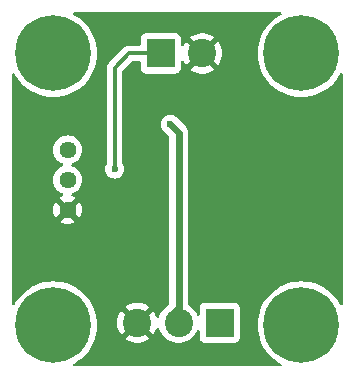
<source format=gbr>
%TF.GenerationSoftware,KiCad,Pcbnew,8.0.3*%
%TF.CreationDate,2024-08-02T11:09:55+07:00*%
%TF.ProjectId,waterleak V.1,77617465-726c-4656-916b-20562e312e6b,rev?*%
%TF.SameCoordinates,Original*%
%TF.FileFunction,Copper,L2,Bot*%
%TF.FilePolarity,Positive*%
%FSLAX46Y46*%
G04 Gerber Fmt 4.6, Leading zero omitted, Abs format (unit mm)*
G04 Created by KiCad (PCBNEW 8.0.3) date 2024-08-02 11:09:55*
%MOMM*%
%LPD*%
G01*
G04 APERTURE LIST*
%TA.AperFunction,ComponentPad*%
%ADD10C,0.800000*%
%TD*%
%TA.AperFunction,ComponentPad*%
%ADD11C,6.400000*%
%TD*%
%TA.AperFunction,ComponentPad*%
%ADD12R,2.400000X2.400000*%
%TD*%
%TA.AperFunction,ComponentPad*%
%ADD13C,2.400000*%
%TD*%
%TA.AperFunction,ComponentPad*%
%ADD14C,1.440000*%
%TD*%
%TA.AperFunction,ViaPad*%
%ADD15C,0.600000*%
%TD*%
%TA.AperFunction,Conductor*%
%ADD16C,0.300000*%
%TD*%
%TA.AperFunction,Conductor*%
%ADD17C,0.600000*%
%TD*%
G04 APERTURE END LIST*
D10*
%TO.P,H1,1*%
%TO.N,N/C*%
X92600000Y-56000000D03*
X93302944Y-54302944D03*
X93302944Y-57697056D03*
X95000000Y-53600000D03*
D11*
X95000000Y-56000000D03*
D10*
X95000000Y-58400000D03*
X96697056Y-54302944D03*
X96697056Y-57697056D03*
X97400000Y-56000000D03*
%TD*%
%TO.P,H3,1*%
%TO.N,N/C*%
X92600000Y-79000000D03*
X93302944Y-77302944D03*
X93302944Y-80697056D03*
X95000000Y-76600000D03*
D11*
X95000000Y-79000000D03*
D10*
X95000000Y-81400000D03*
X96697056Y-77302944D03*
X96697056Y-80697056D03*
X97400000Y-79000000D03*
%TD*%
%TO.P,H4,1*%
%TO.N,N/C*%
X71600000Y-79000000D03*
X72302944Y-77302944D03*
X72302944Y-80697056D03*
X74000000Y-76600000D03*
D11*
X74000000Y-79000000D03*
D10*
X74000000Y-81400000D03*
X75697056Y-77302944D03*
X75697056Y-80697056D03*
X76400000Y-79000000D03*
%TD*%
%TO.P,H2,1*%
%TO.N,N/C*%
X71600000Y-56000000D03*
X72302944Y-54302944D03*
X72302944Y-57697056D03*
X74000000Y-53600000D03*
D11*
X74000000Y-56000000D03*
D10*
X74000000Y-58400000D03*
X75697056Y-54302944D03*
X75697056Y-57697056D03*
X76400000Y-56000000D03*
%TD*%
D12*
%TO.P,J2,1,Pin_1*%
%TO.N,Net-(J2-Pin_1)*%
X83100000Y-56000000D03*
D13*
%TO.P,J2,2,Pin_2*%
%TO.N,GND*%
X86600000Y-56000000D03*
%TD*%
D14*
%TO.P,RV2,1,1*%
%TO.N,+3.3V*%
X75200000Y-64160000D03*
%TO.P,RV2,2,2*%
%TO.N,Net-(U2A-+)*%
X75200000Y-66700000D03*
%TO.P,RV2,3,3*%
%TO.N,GND*%
X75200000Y-69240000D03*
%TD*%
D12*
%TO.P,J1,1,Pin_1*%
%TO.N,+3.3V*%
X88100000Y-78800000D03*
D13*
%TO.P,J1,2,Pin_2*%
%TO.N,Net-(J1-Pin_2)*%
X84600000Y-78800000D03*
%TO.P,J1,3,Pin_3*%
%TO.N,GND*%
X81100000Y-78800000D03*
%TD*%
D15*
%TO.N,Net-(J2-Pin_1)*%
X79200000Y-65800000D03*
%TO.N,Net-(J1-Pin_2)*%
X83900000Y-62000000D03*
%TD*%
D16*
%TO.N,Net-(J2-Pin_1)*%
X79200000Y-65800000D02*
X79200000Y-57200000D01*
X79200000Y-57200000D02*
X80400000Y-56000000D01*
X80400000Y-56000000D02*
X83200000Y-56000000D01*
D17*
%TO.N,Net-(J1-Pin_2)*%
X84600000Y-62700000D02*
X84600000Y-77500000D01*
X84600000Y-77500000D02*
X83900000Y-78200000D01*
X83900000Y-62000000D02*
X84600000Y-62700000D01*
%TD*%
%TA.AperFunction,Conductor*%
%TO.N,GND*%
G36*
X93267646Y-52520185D02*
G01*
X93313401Y-52572989D01*
X93323345Y-52642147D01*
X93294320Y-52705703D01*
X93256902Y-52734985D01*
X93147206Y-52790877D01*
X92821917Y-53002122D01*
X92520488Y-53246215D01*
X92520480Y-53246222D01*
X92246222Y-53520480D01*
X92246215Y-53520488D01*
X92002122Y-53821917D01*
X91790877Y-54147206D01*
X91614787Y-54492802D01*
X91475788Y-54854905D01*
X91375397Y-55229570D01*
X91375397Y-55229572D01*
X91314722Y-55612660D01*
X91294422Y-55999999D01*
X91294422Y-56000000D01*
X91314722Y-56387339D01*
X91375397Y-56770427D01*
X91375397Y-56770429D01*
X91475788Y-57145094D01*
X91614787Y-57507197D01*
X91790877Y-57852793D01*
X92002122Y-58178082D01*
X92002124Y-58178084D01*
X92246219Y-58479516D01*
X92520484Y-58753781D01*
X92520488Y-58753784D01*
X92821917Y-58997877D01*
X93147206Y-59209122D01*
X93147211Y-59209125D01*
X93492806Y-59385214D01*
X93854913Y-59524214D01*
X94229567Y-59624602D01*
X94612662Y-59685278D01*
X94978576Y-59704455D01*
X94999999Y-59705578D01*
X95000000Y-59705578D01*
X95000001Y-59705578D01*
X95020301Y-59704514D01*
X95387338Y-59685278D01*
X95770433Y-59624602D01*
X96145087Y-59524214D01*
X96507194Y-59385214D01*
X96852789Y-59209125D01*
X97178084Y-58997876D01*
X97479516Y-58753781D01*
X97753781Y-58479516D01*
X97997876Y-58178084D01*
X98209125Y-57852789D01*
X98265015Y-57743097D01*
X98312989Y-57692302D01*
X98380810Y-57675507D01*
X98446945Y-57698044D01*
X98490397Y-57752759D01*
X98499500Y-57799393D01*
X98499500Y-77200606D01*
X98479815Y-77267645D01*
X98427011Y-77313400D01*
X98357853Y-77323344D01*
X98294297Y-77294319D01*
X98265015Y-77256901D01*
X98227920Y-77184098D01*
X98209125Y-77147211D01*
X97997876Y-76821916D01*
X97753781Y-76520484D01*
X97479516Y-76246219D01*
X97178084Y-76002124D01*
X97178082Y-76002122D01*
X96852793Y-75790877D01*
X96507197Y-75614787D01*
X96145094Y-75475788D01*
X96145087Y-75475786D01*
X95770433Y-75375398D01*
X95770429Y-75375397D01*
X95770428Y-75375397D01*
X95387339Y-75314722D01*
X95000001Y-75294422D01*
X94999999Y-75294422D01*
X94612660Y-75314722D01*
X94229572Y-75375397D01*
X94229570Y-75375397D01*
X93854905Y-75475788D01*
X93492802Y-75614787D01*
X93147206Y-75790877D01*
X92821917Y-76002122D01*
X92520488Y-76246215D01*
X92520480Y-76246222D01*
X92246222Y-76520480D01*
X92246215Y-76520488D01*
X92002122Y-76821917D01*
X91790877Y-77147206D01*
X91614787Y-77492802D01*
X91475788Y-77854905D01*
X91375397Y-78229570D01*
X91375397Y-78229572D01*
X91314722Y-78612660D01*
X91294422Y-78999999D01*
X91294422Y-79000000D01*
X91314722Y-79387339D01*
X91375397Y-79770427D01*
X91375398Y-79770433D01*
X91472609Y-80133232D01*
X91475788Y-80145094D01*
X91614787Y-80507197D01*
X91790877Y-80852793D01*
X92002122Y-81178082D01*
X92002124Y-81178084D01*
X92246219Y-81479516D01*
X92520484Y-81753781D01*
X92520488Y-81753784D01*
X92821917Y-81997877D01*
X93147206Y-82209122D01*
X93147211Y-82209125D01*
X93256902Y-82265015D01*
X93307698Y-82312989D01*
X93324493Y-82380810D01*
X93301956Y-82446945D01*
X93247241Y-82490397D01*
X93200607Y-82499500D01*
X75799393Y-82499500D01*
X75732354Y-82479815D01*
X75686599Y-82427011D01*
X75676655Y-82357853D01*
X75705680Y-82294297D01*
X75743098Y-82265015D01*
X75852789Y-82209125D01*
X76178084Y-81997876D01*
X76479516Y-81753781D01*
X76753781Y-81479516D01*
X76997876Y-81178084D01*
X77209125Y-80852789D01*
X77385214Y-80507194D01*
X77524214Y-80145087D01*
X77624602Y-79770433D01*
X77685278Y-79387338D01*
X77705578Y-79000000D01*
X77695096Y-78799995D01*
X79395233Y-78799995D01*
X79395233Y-78800004D01*
X79414273Y-79054079D01*
X79470968Y-79302477D01*
X79470973Y-79302494D01*
X79564058Y-79539671D01*
X79564057Y-79539671D01*
X79691454Y-79760327D01*
X79691461Y-79760338D01*
X79733452Y-79812991D01*
X79733453Y-79812992D01*
X80535387Y-79011058D01*
X80540889Y-79031591D01*
X80619881Y-79168408D01*
X80731592Y-79280119D01*
X80868409Y-79359111D01*
X80888940Y-79364612D01*
X80086813Y-80166738D01*
X80247616Y-80276371D01*
X80247624Y-80276376D01*
X80477176Y-80386921D01*
X80477174Y-80386921D01*
X80720652Y-80462024D01*
X80720658Y-80462026D01*
X80972595Y-80499999D01*
X80972604Y-80500000D01*
X81227396Y-80500000D01*
X81227404Y-80499999D01*
X81479341Y-80462026D01*
X81479347Y-80462024D01*
X81722824Y-80386921D01*
X81952376Y-80276376D01*
X81952377Y-80276375D01*
X82113185Y-80166738D01*
X81311060Y-79364612D01*
X81331591Y-79359111D01*
X81468408Y-79280119D01*
X81580119Y-79168408D01*
X81659111Y-79031591D01*
X81664612Y-79011059D01*
X82466545Y-79812992D01*
X82466546Y-79812991D01*
X82508544Y-79760330D01*
X82635941Y-79539671D01*
X82729026Y-79302494D01*
X82730400Y-79298044D01*
X82731574Y-79298406D01*
X82762945Y-79242300D01*
X82824601Y-79209432D01*
X82894239Y-79215115D01*
X82949750Y-79257545D01*
X82968420Y-79298412D01*
X82969122Y-79298196D01*
X82970492Y-79302637D01*
X83063607Y-79539888D01*
X83191041Y-79760612D01*
X83349950Y-79959877D01*
X83536783Y-80133232D01*
X83747366Y-80276805D01*
X83747371Y-80276807D01*
X83747372Y-80276808D01*
X83747373Y-80276809D01*
X83869328Y-80335538D01*
X83976992Y-80387387D01*
X83976993Y-80387387D01*
X83976996Y-80387389D01*
X84220542Y-80462513D01*
X84472565Y-80500500D01*
X84727435Y-80500500D01*
X84979458Y-80462513D01*
X85223004Y-80387389D01*
X85452634Y-80276805D01*
X85663217Y-80133232D01*
X85850050Y-79959877D01*
X86008959Y-79760612D01*
X86136393Y-79539888D01*
X86160074Y-79479549D01*
X86202887Y-79424340D01*
X86268756Y-79401039D01*
X86336767Y-79417048D01*
X86385326Y-79467286D01*
X86399500Y-79524855D01*
X86399500Y-80047870D01*
X86399501Y-80047876D01*
X86405908Y-80107483D01*
X86456202Y-80242328D01*
X86456206Y-80242335D01*
X86542452Y-80357544D01*
X86542455Y-80357547D01*
X86657664Y-80443793D01*
X86657671Y-80443797D01*
X86792517Y-80494091D01*
X86792516Y-80494091D01*
X86799444Y-80494835D01*
X86852127Y-80500500D01*
X89347872Y-80500499D01*
X89407483Y-80494091D01*
X89542331Y-80443796D01*
X89657546Y-80357546D01*
X89743796Y-80242331D01*
X89794091Y-80107483D01*
X89800500Y-80047873D01*
X89800499Y-77552128D01*
X89794091Y-77492517D01*
X89784487Y-77466768D01*
X89743797Y-77357671D01*
X89743793Y-77357664D01*
X89657547Y-77242455D01*
X89657544Y-77242452D01*
X89542335Y-77156206D01*
X89542328Y-77156202D01*
X89407482Y-77105908D01*
X89407483Y-77105908D01*
X89347883Y-77099501D01*
X89347881Y-77099500D01*
X89347873Y-77099500D01*
X89347864Y-77099500D01*
X86852129Y-77099500D01*
X86852123Y-77099501D01*
X86792516Y-77105908D01*
X86657671Y-77156202D01*
X86657664Y-77156206D01*
X86542455Y-77242452D01*
X86542452Y-77242455D01*
X86456206Y-77357664D01*
X86456202Y-77357671D01*
X86405908Y-77492517D01*
X86399501Y-77552116D01*
X86399501Y-77552123D01*
X86399500Y-77552135D01*
X86399500Y-78075142D01*
X86379815Y-78142181D01*
X86327011Y-78187936D01*
X86257853Y-78197880D01*
X86194297Y-78168855D01*
X86160072Y-78120445D01*
X86136393Y-78060112D01*
X86008959Y-77839388D01*
X85850050Y-77640123D01*
X85663217Y-77466768D01*
X85454646Y-77324567D01*
X85410346Y-77270540D01*
X85400500Y-77222115D01*
X85400500Y-62621155D01*
X85400499Y-62621153D01*
X85369737Y-62466503D01*
X85356854Y-62435401D01*
X85356504Y-62434555D01*
X85356492Y-62434528D01*
X85321282Y-62349522D01*
X85309394Y-62320821D01*
X85221789Y-62189711D01*
X85110289Y-62078211D01*
X84410289Y-61378211D01*
X84402262Y-61370184D01*
X84402260Y-61370182D01*
X84402257Y-61370180D01*
X84336900Y-61329114D01*
X84333982Y-61327223D01*
X84279179Y-61290605D01*
X84279173Y-61290603D01*
X84278365Y-61290268D01*
X84259865Y-61280709D01*
X84249524Y-61274212D01*
X84249523Y-61274211D01*
X84249522Y-61274211D01*
X84188867Y-61252986D01*
X84182377Y-61250509D01*
X84133496Y-61230262D01*
X84119860Y-61227550D01*
X84103104Y-61222976D01*
X84079260Y-61214633D01*
X84079256Y-61214632D01*
X84079255Y-61214632D01*
X84058575Y-61212301D01*
X84028303Y-61208890D01*
X84018003Y-61207288D01*
X83978844Y-61199500D01*
X83978842Y-61199500D01*
X83951915Y-61199500D01*
X83938031Y-61198720D01*
X83900002Y-61194435D01*
X83899998Y-61194435D01*
X83861969Y-61198720D01*
X83848085Y-61199500D01*
X83821152Y-61199500D01*
X83781994Y-61207288D01*
X83771696Y-61208890D01*
X83720742Y-61214632D01*
X83720735Y-61214634D01*
X83696898Y-61222975D01*
X83680140Y-61227550D01*
X83666502Y-61230263D01*
X83666496Y-61230264D01*
X83617631Y-61250504D01*
X83611140Y-61252982D01*
X83550477Y-61274210D01*
X83550474Y-61274212D01*
X83540127Y-61280713D01*
X83521639Y-61290266D01*
X83520832Y-61290600D01*
X83520824Y-61290604D01*
X83466047Y-61327204D01*
X83463132Y-61329092D01*
X83397742Y-61370180D01*
X83397735Y-61370186D01*
X83270186Y-61497735D01*
X83270180Y-61497742D01*
X83229092Y-61563132D01*
X83227204Y-61566047D01*
X83190604Y-61620824D01*
X83190600Y-61620832D01*
X83190266Y-61621639D01*
X83180713Y-61640127D01*
X83174212Y-61650474D01*
X83174210Y-61650477D01*
X83152982Y-61711140D01*
X83150504Y-61717631D01*
X83130264Y-61766496D01*
X83130263Y-61766502D01*
X83127550Y-61780140D01*
X83122975Y-61796898D01*
X83114634Y-61820735D01*
X83114632Y-61820742D01*
X83108890Y-61871696D01*
X83107288Y-61881994D01*
X83099500Y-61921152D01*
X83099500Y-61948085D01*
X83098720Y-61961969D01*
X83094435Y-61999998D01*
X83094435Y-62000001D01*
X83098720Y-62038029D01*
X83099500Y-62051914D01*
X83099500Y-62078844D01*
X83107288Y-62118003D01*
X83108890Y-62128303D01*
X83114632Y-62179252D01*
X83114633Y-62179260D01*
X83122976Y-62203104D01*
X83127550Y-62219860D01*
X83130262Y-62233496D01*
X83150509Y-62282377D01*
X83152988Y-62288872D01*
X83174211Y-62349522D01*
X83180709Y-62359865D01*
X83190268Y-62378365D01*
X83190603Y-62379173D01*
X83190605Y-62379179D01*
X83227223Y-62433982D01*
X83229114Y-62436900D01*
X83270180Y-62502257D01*
X83270182Y-62502260D01*
X83763181Y-62995259D01*
X83796666Y-63056582D01*
X83799500Y-63082940D01*
X83799500Y-77117059D01*
X83779815Y-77184098D01*
X83763181Y-77204740D01*
X83278213Y-77689707D01*
X83278207Y-77689715D01*
X83190607Y-77820817D01*
X83165391Y-77881692D01*
X83158219Y-77896234D01*
X83063609Y-78060108D01*
X83063606Y-78060114D01*
X82970492Y-78297362D01*
X82969122Y-78301804D01*
X82967999Y-78301457D01*
X82936509Y-78357730D01*
X82874841Y-78390576D01*
X82805205Y-78384868D01*
X82749709Y-78342418D01*
X82731134Y-78301729D01*
X82730400Y-78301956D01*
X82729026Y-78297505D01*
X82635941Y-78060328D01*
X82635942Y-78060328D01*
X82508545Y-77839672D01*
X82466545Y-77787006D01*
X81664612Y-78588939D01*
X81659111Y-78568409D01*
X81580119Y-78431592D01*
X81468408Y-78319881D01*
X81331591Y-78240889D01*
X81311059Y-78235387D01*
X82113185Y-77433260D01*
X81952384Y-77323628D01*
X81952376Y-77323623D01*
X81722823Y-77213078D01*
X81722825Y-77213078D01*
X81479347Y-77137975D01*
X81479341Y-77137973D01*
X81227404Y-77100000D01*
X80972595Y-77100000D01*
X80720658Y-77137973D01*
X80720652Y-77137975D01*
X80477175Y-77213078D01*
X80247622Y-77323625D01*
X80247609Y-77323632D01*
X80086813Y-77433259D01*
X80888941Y-78235387D01*
X80868409Y-78240889D01*
X80731592Y-78319881D01*
X80619881Y-78431592D01*
X80540889Y-78568409D01*
X80535387Y-78588941D01*
X79733452Y-77787006D01*
X79691457Y-77839667D01*
X79564058Y-78060328D01*
X79470973Y-78297505D01*
X79470968Y-78297522D01*
X79414273Y-78545920D01*
X79395233Y-78799995D01*
X77695096Y-78799995D01*
X77685278Y-78612662D01*
X77624602Y-78229567D01*
X77524214Y-77854913D01*
X77385214Y-77492806D01*
X77209125Y-77147211D01*
X76997876Y-76821916D01*
X76753781Y-76520484D01*
X76479516Y-76246219D01*
X76178084Y-76002124D01*
X76178082Y-76002122D01*
X75852793Y-75790877D01*
X75507197Y-75614787D01*
X75145094Y-75475788D01*
X75145087Y-75475786D01*
X74770433Y-75375398D01*
X74770429Y-75375397D01*
X74770428Y-75375397D01*
X74387339Y-75314722D01*
X74000001Y-75294422D01*
X73999999Y-75294422D01*
X73612660Y-75314722D01*
X73229572Y-75375397D01*
X73229570Y-75375397D01*
X72854905Y-75475788D01*
X72492802Y-75614787D01*
X72147206Y-75790877D01*
X71821917Y-76002122D01*
X71520488Y-76246215D01*
X71520480Y-76246222D01*
X71246222Y-76520480D01*
X71246215Y-76520488D01*
X71002122Y-76821917D01*
X70790877Y-77147206D01*
X70734985Y-77256901D01*
X70687010Y-77307697D01*
X70619189Y-77324492D01*
X70553054Y-77301955D01*
X70509603Y-77247240D01*
X70500500Y-77200606D01*
X70500500Y-64159998D01*
X73974838Y-64159998D01*
X73974838Y-64160001D01*
X73993450Y-64372741D01*
X73993452Y-64372752D01*
X74048721Y-64579022D01*
X74048723Y-64579026D01*
X74048724Y-64579030D01*
X74091171Y-64670058D01*
X74138977Y-64772578D01*
X74261472Y-64947521D01*
X74412478Y-65098527D01*
X74412481Y-65098529D01*
X74587419Y-65221021D01*
X74587421Y-65221022D01*
X74587420Y-65221022D01*
X74651936Y-65251106D01*
X74780970Y-65311276D01*
X74780983Y-65311279D01*
X74786064Y-65313130D01*
X74785292Y-65315250D01*
X74836710Y-65346594D01*
X74867237Y-65409442D01*
X74858939Y-65478817D01*
X74814452Y-65532693D01*
X74785685Y-65545830D01*
X74786064Y-65546870D01*
X74780972Y-65548723D01*
X74780970Y-65548724D01*
X74780968Y-65548725D01*
X74587421Y-65638977D01*
X74412478Y-65761472D01*
X74261472Y-65912478D01*
X74138977Y-66087421D01*
X74048725Y-66280968D01*
X74048721Y-66280977D01*
X73993452Y-66487247D01*
X73993450Y-66487258D01*
X73974838Y-66699998D01*
X73974838Y-66700001D01*
X73993450Y-66912741D01*
X73993452Y-66912752D01*
X74048721Y-67119022D01*
X74048723Y-67119026D01*
X74048724Y-67119030D01*
X74091171Y-67210058D01*
X74138977Y-67312578D01*
X74261472Y-67487521D01*
X74412478Y-67638527D01*
X74412481Y-67638529D01*
X74587419Y-67761021D01*
X74587421Y-67761022D01*
X74587420Y-67761022D01*
X74651936Y-67791106D01*
X74780970Y-67851276D01*
X74780983Y-67851279D01*
X74786064Y-67853130D01*
X74785390Y-67854978D01*
X74837680Y-67886857D01*
X74868204Y-67949707D01*
X74859903Y-68019082D01*
X74815413Y-68072956D01*
X74785904Y-68086432D01*
X74786236Y-68087342D01*
X74781140Y-68089197D01*
X74587671Y-68179412D01*
X74587669Y-68179413D01*
X74531969Y-68218415D01*
X74531968Y-68218415D01*
X75153554Y-68840000D01*
X75147339Y-68840000D01*
X75045606Y-68867259D01*
X74954394Y-68919920D01*
X74879920Y-68994394D01*
X74827259Y-69085606D01*
X74800000Y-69187339D01*
X74800000Y-69193553D01*
X74178415Y-68571968D01*
X74178415Y-68571969D01*
X74139413Y-68627669D01*
X74139412Y-68627671D01*
X74049197Y-68821140D01*
X74049194Y-68821146D01*
X73993945Y-69027337D01*
X73993944Y-69027345D01*
X73975340Y-69239997D01*
X73975340Y-69240002D01*
X73993944Y-69452654D01*
X73993945Y-69452662D01*
X74049194Y-69658853D01*
X74049197Y-69658859D01*
X74139413Y-69852329D01*
X74178415Y-69908030D01*
X74800000Y-69286445D01*
X74800000Y-69292661D01*
X74827259Y-69394394D01*
X74879920Y-69485606D01*
X74954394Y-69560080D01*
X75045606Y-69612741D01*
X75147339Y-69640000D01*
X75153553Y-69640000D01*
X74531968Y-70261584D01*
X74587663Y-70300582D01*
X74587669Y-70300586D01*
X74781140Y-70390802D01*
X74781146Y-70390805D01*
X74987337Y-70446054D01*
X74987345Y-70446055D01*
X75199998Y-70464660D01*
X75200002Y-70464660D01*
X75412654Y-70446055D01*
X75412662Y-70446054D01*
X75618853Y-70390805D01*
X75618864Y-70390801D01*
X75812325Y-70300589D01*
X75868030Y-70261583D01*
X75246448Y-69640000D01*
X75252661Y-69640000D01*
X75354394Y-69612741D01*
X75445606Y-69560080D01*
X75520080Y-69485606D01*
X75572741Y-69394394D01*
X75600000Y-69292661D01*
X75600000Y-69286446D01*
X76221583Y-69908029D01*
X76260589Y-69852325D01*
X76350801Y-69658864D01*
X76350805Y-69658853D01*
X76406054Y-69452662D01*
X76406055Y-69452654D01*
X76424660Y-69240002D01*
X76424660Y-69239997D01*
X76406055Y-69027345D01*
X76406054Y-69027337D01*
X76350805Y-68821146D01*
X76350802Y-68821140D01*
X76260586Y-68627669D01*
X76260582Y-68627663D01*
X76221584Y-68571968D01*
X75600000Y-69193552D01*
X75600000Y-69187339D01*
X75572741Y-69085606D01*
X75520080Y-68994394D01*
X75445606Y-68919920D01*
X75354394Y-68867259D01*
X75252661Y-68840000D01*
X75246447Y-68840000D01*
X75868030Y-68218415D01*
X75812329Y-68179413D01*
X75618859Y-68089197D01*
X75613764Y-68087342D01*
X75614455Y-68085443D01*
X75562325Y-68053667D01*
X75531797Y-67990820D01*
X75540093Y-67921444D01*
X75584579Y-67867567D01*
X75614257Y-67854014D01*
X75613936Y-67853130D01*
X75619013Y-67851280D01*
X75619030Y-67851276D01*
X75812581Y-67761021D01*
X75987519Y-67638529D01*
X76138529Y-67487519D01*
X76261021Y-67312581D01*
X76351276Y-67119030D01*
X76406549Y-66912747D01*
X76425162Y-66700000D01*
X76406549Y-66487253D01*
X76351276Y-66280970D01*
X76261021Y-66087419D01*
X76138529Y-65912481D01*
X76138527Y-65912478D01*
X76026045Y-65799996D01*
X78394435Y-65799996D01*
X78394435Y-65800003D01*
X78414630Y-65979249D01*
X78414631Y-65979254D01*
X78474211Y-66149523D01*
X78556804Y-66280968D01*
X78570184Y-66302262D01*
X78697738Y-66429816D01*
X78850478Y-66525789D01*
X79020745Y-66585368D01*
X79020750Y-66585369D01*
X79199996Y-66605565D01*
X79200000Y-66605565D01*
X79200004Y-66605565D01*
X79379249Y-66585369D01*
X79379252Y-66585368D01*
X79379255Y-66585368D01*
X79549522Y-66525789D01*
X79702262Y-66429816D01*
X79829816Y-66302262D01*
X79925789Y-66149522D01*
X79985368Y-65979255D01*
X80005565Y-65800000D01*
X79987422Y-65638979D01*
X79985369Y-65620750D01*
X79985366Y-65620737D01*
X79925790Y-65450481D01*
X79925789Y-65450478D01*
X79900004Y-65409442D01*
X79869506Y-65360903D01*
X79850500Y-65294931D01*
X79850500Y-57520808D01*
X79870185Y-57453769D01*
X79886819Y-57433127D01*
X80633127Y-56686819D01*
X80694450Y-56653334D01*
X80720808Y-56650500D01*
X81275501Y-56650500D01*
X81342540Y-56670185D01*
X81388295Y-56722989D01*
X81399501Y-56774500D01*
X81399501Y-57247876D01*
X81405908Y-57307483D01*
X81456202Y-57442328D01*
X81456206Y-57442335D01*
X81542452Y-57557544D01*
X81542455Y-57557547D01*
X81657664Y-57643793D01*
X81657671Y-57643797D01*
X81792517Y-57694091D01*
X81792516Y-57694091D01*
X81799444Y-57694835D01*
X81852127Y-57700500D01*
X84347872Y-57700499D01*
X84407483Y-57694091D01*
X84542331Y-57643796D01*
X84657546Y-57557546D01*
X84743796Y-57442331D01*
X84794091Y-57307483D01*
X84800500Y-57247873D01*
X84800499Y-56723487D01*
X84820183Y-56656451D01*
X84872987Y-56610696D01*
X84942146Y-56600752D01*
X85005702Y-56629777D01*
X85039927Y-56678187D01*
X85064059Y-56739673D01*
X85191454Y-56960327D01*
X85191461Y-56960338D01*
X85233452Y-57012991D01*
X85233453Y-57012992D01*
X86035387Y-56211058D01*
X86040889Y-56231591D01*
X86119881Y-56368408D01*
X86231592Y-56480119D01*
X86368409Y-56559111D01*
X86388940Y-56564612D01*
X85586813Y-57366738D01*
X85747616Y-57476371D01*
X85747624Y-57476376D01*
X85977176Y-57586921D01*
X85977174Y-57586921D01*
X86220652Y-57662024D01*
X86220658Y-57662026D01*
X86472595Y-57699999D01*
X86472604Y-57700000D01*
X86727396Y-57700000D01*
X86727404Y-57699999D01*
X86979341Y-57662026D01*
X86979347Y-57662024D01*
X87222824Y-57586921D01*
X87452376Y-57476376D01*
X87452377Y-57476375D01*
X87613185Y-57366738D01*
X86811060Y-56564612D01*
X86831591Y-56559111D01*
X86968408Y-56480119D01*
X87080119Y-56368408D01*
X87159111Y-56231591D01*
X87164612Y-56211059D01*
X87966544Y-57012992D01*
X87966546Y-57012991D01*
X88008544Y-56960330D01*
X88135941Y-56739671D01*
X88229026Y-56502494D01*
X88229031Y-56502477D01*
X88285726Y-56254079D01*
X88304767Y-56000004D01*
X88304767Y-55999995D01*
X88285726Y-55745920D01*
X88229031Y-55497522D01*
X88229026Y-55497505D01*
X88135941Y-55260328D01*
X88135942Y-55260328D01*
X88008545Y-55039672D01*
X87966545Y-54987006D01*
X87164612Y-55788939D01*
X87159111Y-55768409D01*
X87080119Y-55631592D01*
X86968408Y-55519881D01*
X86831591Y-55440889D01*
X86811059Y-55435387D01*
X87613185Y-54633260D01*
X87452384Y-54523628D01*
X87452376Y-54523623D01*
X87222823Y-54413078D01*
X87222825Y-54413078D01*
X86979347Y-54337975D01*
X86979341Y-54337973D01*
X86727404Y-54300000D01*
X86472595Y-54300000D01*
X86220658Y-54337973D01*
X86220652Y-54337975D01*
X85977175Y-54413078D01*
X85747622Y-54523625D01*
X85747609Y-54523632D01*
X85586813Y-54633259D01*
X86388941Y-55435387D01*
X86368409Y-55440889D01*
X86231592Y-55519881D01*
X86119881Y-55631592D01*
X86040889Y-55768409D01*
X86035387Y-55788941D01*
X85233452Y-54987006D01*
X85191457Y-55039667D01*
X85064059Y-55260326D01*
X85039927Y-55321814D01*
X84997111Y-55377027D01*
X84931241Y-55400328D01*
X84863230Y-55384317D01*
X84814672Y-55334079D01*
X84800499Y-55276511D01*
X84800499Y-54752129D01*
X84800498Y-54752123D01*
X84800497Y-54752116D01*
X84794091Y-54692517D01*
X84771989Y-54633259D01*
X84743797Y-54557671D01*
X84743793Y-54557664D01*
X84657547Y-54442455D01*
X84657544Y-54442452D01*
X84542335Y-54356206D01*
X84542328Y-54356202D01*
X84407482Y-54305908D01*
X84407483Y-54305908D01*
X84347883Y-54299501D01*
X84347881Y-54299500D01*
X84347873Y-54299500D01*
X84347864Y-54299500D01*
X81852129Y-54299500D01*
X81852123Y-54299501D01*
X81792516Y-54305908D01*
X81657671Y-54356202D01*
X81657664Y-54356206D01*
X81542455Y-54442452D01*
X81542452Y-54442455D01*
X81456206Y-54557664D01*
X81456202Y-54557671D01*
X81405908Y-54692517D01*
X81399501Y-54752116D01*
X81399501Y-54752123D01*
X81399500Y-54752135D01*
X81399500Y-55225500D01*
X81379815Y-55292539D01*
X81327011Y-55338294D01*
X81275500Y-55349500D01*
X80335929Y-55349500D01*
X80210261Y-55374497D01*
X80210255Y-55374499D01*
X80091870Y-55423535D01*
X79985331Y-55494722D01*
X79985324Y-55494728D01*
X78694724Y-56785328D01*
X78644066Y-56861145D01*
X78623535Y-56891871D01*
X78574499Y-57010255D01*
X78574497Y-57010261D01*
X78549500Y-57135928D01*
X78549500Y-65294931D01*
X78530494Y-65360903D01*
X78474211Y-65450477D01*
X78474209Y-65450481D01*
X78414633Y-65620737D01*
X78414630Y-65620750D01*
X78394435Y-65799996D01*
X76026045Y-65799996D01*
X75987521Y-65761472D01*
X75812578Y-65638977D01*
X75812579Y-65638977D01*
X75683547Y-65578809D01*
X75619030Y-65548724D01*
X75619023Y-65548722D01*
X75613936Y-65546870D01*
X75614709Y-65544746D01*
X75563305Y-65513424D01*
X75532766Y-65450581D01*
X75541050Y-65381204D01*
X75585528Y-65327320D01*
X75614315Y-65314172D01*
X75613936Y-65313130D01*
X75619013Y-65311280D01*
X75619030Y-65311276D01*
X75812581Y-65221021D01*
X75987519Y-65098529D01*
X76138529Y-64947519D01*
X76261021Y-64772581D01*
X76351276Y-64579030D01*
X76406549Y-64372747D01*
X76425162Y-64160000D01*
X76406549Y-63947253D01*
X76351276Y-63740970D01*
X76261021Y-63547419D01*
X76138529Y-63372481D01*
X76138527Y-63372478D01*
X75987521Y-63221472D01*
X75812578Y-63098977D01*
X75812579Y-63098977D01*
X75668040Y-63031578D01*
X75619030Y-63008724D01*
X75619026Y-63008723D01*
X75619022Y-63008721D01*
X75412752Y-62953452D01*
X75412748Y-62953451D01*
X75412747Y-62953451D01*
X75412746Y-62953450D01*
X75412741Y-62953450D01*
X75200002Y-62934838D01*
X75199998Y-62934838D01*
X74987258Y-62953450D01*
X74987247Y-62953452D01*
X74780977Y-63008721D01*
X74780968Y-63008725D01*
X74587421Y-63098977D01*
X74412478Y-63221472D01*
X74261472Y-63372478D01*
X74138977Y-63547421D01*
X74048725Y-63740968D01*
X74048721Y-63740977D01*
X73993452Y-63947247D01*
X73993450Y-63947258D01*
X73974838Y-64159998D01*
X70500500Y-64159998D01*
X70500500Y-57799393D01*
X70520185Y-57732354D01*
X70572989Y-57686599D01*
X70642147Y-57676655D01*
X70705703Y-57705680D01*
X70734984Y-57743097D01*
X70782429Y-57836214D01*
X70790877Y-57852793D01*
X71002122Y-58178082D01*
X71002124Y-58178084D01*
X71246219Y-58479516D01*
X71520484Y-58753781D01*
X71520488Y-58753784D01*
X71821917Y-58997877D01*
X72147206Y-59209122D01*
X72147211Y-59209125D01*
X72492806Y-59385214D01*
X72854913Y-59524214D01*
X73229567Y-59624602D01*
X73612662Y-59685278D01*
X73978576Y-59704455D01*
X73999999Y-59705578D01*
X74000000Y-59705578D01*
X74000001Y-59705578D01*
X74020301Y-59704514D01*
X74387338Y-59685278D01*
X74770433Y-59624602D01*
X75145087Y-59524214D01*
X75507194Y-59385214D01*
X75852789Y-59209125D01*
X76178084Y-58997876D01*
X76479516Y-58753781D01*
X76753781Y-58479516D01*
X76997876Y-58178084D01*
X77209125Y-57852789D01*
X77385214Y-57507194D01*
X77524214Y-57145087D01*
X77624602Y-56770433D01*
X77685278Y-56387338D01*
X77705578Y-56000000D01*
X77685278Y-55612662D01*
X77624602Y-55229567D01*
X77524214Y-54854913D01*
X77385214Y-54492806D01*
X77209125Y-54147211D01*
X76997876Y-53821916D01*
X76753781Y-53520484D01*
X76479516Y-53246219D01*
X76178084Y-53002124D01*
X76178082Y-53002122D01*
X75852793Y-52790877D01*
X75743098Y-52734985D01*
X75692302Y-52687011D01*
X75675507Y-52619190D01*
X75698044Y-52553055D01*
X75752759Y-52509603D01*
X75799393Y-52500500D01*
X93200607Y-52500500D01*
X93267646Y-52520185D01*
G37*
%TD.AperFunction*%
%TD*%
M02*

</source>
